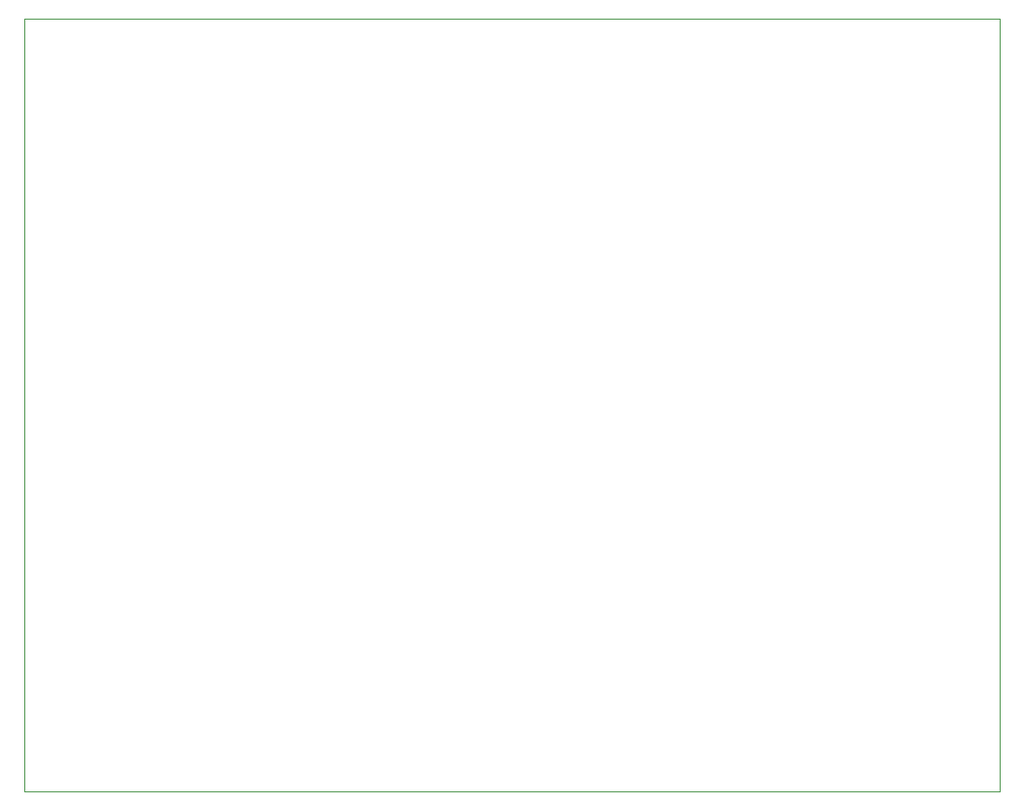
<source format=gbr>
G04 #@! TF.GenerationSoftware,KiCad,Pcbnew,(5.1.8-0-10_14)*
G04 #@! TF.CreationDate,2020-12-22T15:40:18-08:00*
G04 #@! TF.ProjectId,DualPedalBoardAmpSt,4475616c-5065-4646-916c-426f61726441,rev?*
G04 #@! TF.SameCoordinates,Original*
G04 #@! TF.FileFunction,Profile,NP*
%FSLAX46Y46*%
G04 Gerber Fmt 4.6, Leading zero omitted, Abs format (unit mm)*
G04 Created by KiCad (PCBNEW (5.1.8-0-10_14)) date 2020-12-22 15:40:18*
%MOMM*%
%LPD*%
G01*
G04 APERTURE LIST*
G04 #@! TA.AperFunction,Profile*
%ADD10C,0.050000*%
G04 #@! TD*
G04 APERTURE END LIST*
D10*
X114173000Y-41021000D02*
X202438000Y-41021000D01*
X114173000Y-110998000D02*
X114173000Y-41021000D01*
X202438000Y-110998000D02*
X114173000Y-110998000D01*
X202438000Y-111000000D02*
X202438000Y-41021000D01*
M02*

</source>
